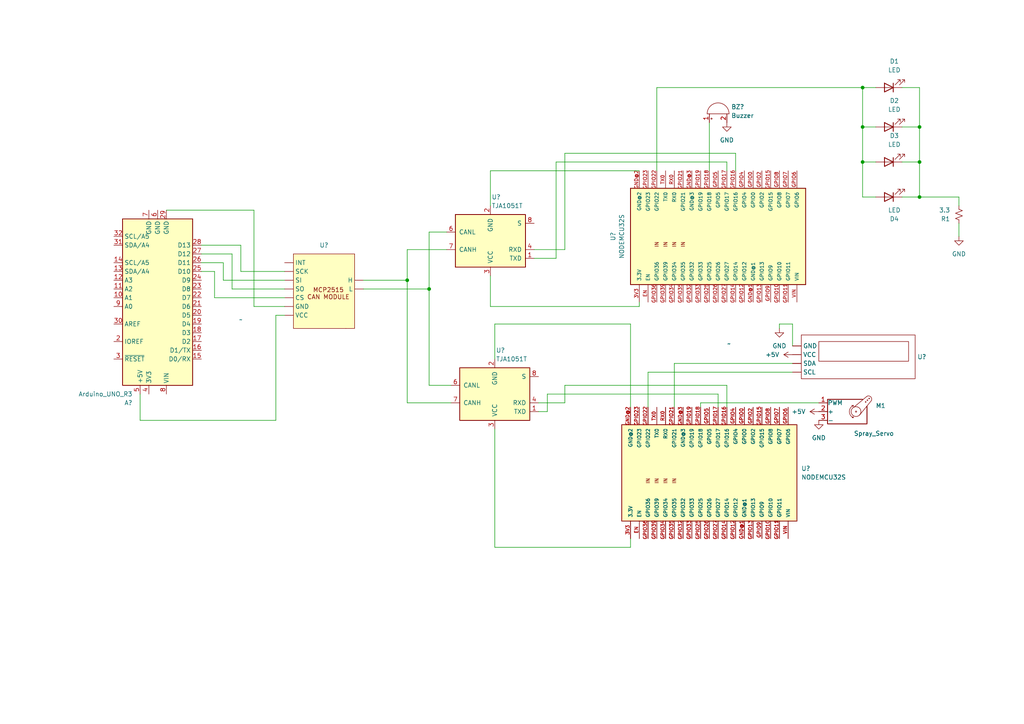
<source format=kicad_sch>
(kicad_sch (version 20230121) (generator eeschema)
  (paper "A4")
  (lib_symbols
    (symbol "Device:Buzzer" (pin_names (offset 0.0254) hide)
      (property "Reference" "BZ" (at 3.81 1.27 0))
      (property "Value" "Buzzer" (at 3.81 -1.27 0))
      (symbol "Buzzer_0_1"
        (arc (start 0 -3.175) (mid 3.1612 0) (end 0 3.175))
        (polyline (pts (xy -1.651 1.905) (xy -1.143 1.905)))
        (polyline (pts (xy -1.397 2.159) (xy -1.397 1.651)))
        (polyline (pts (xy 0 3.175) (xy 0 -3.175)))
      )
      (symbol "Buzzer_1_1"
        (pin passive line (at -2.54 2.54 0) (length 2.54) (name "-") (number "1"))
        (pin passive line (at -2.54 -2.54 0) (length 2.54) (name "+") (number "2"))
      )
    )
    (symbol "Device:LED" (pin_numbers hide) (pin_names (offset 1.016) hide)
      (property "Reference" "D" (at 0 2.54 0))
      (property "Value" "LED" (at 0 -2.54 0))
      (symbol "LED_0_1"
        (polyline (pts (xy -1.27 -1.27) (xy -1.27 1.27)) (stroke (width 0.254)))
        (polyline (pts (xy -1.27 0) (xy 1.27 0)))
        (polyline (pts (xy 1.27 -1.27) (xy 1.27 1.27) (xy -1.27 0) (xy 1.27 -1.27)) (stroke (width 0.254)))
        (polyline (pts (xy -3.048 -0.762) (xy -4.572 -2.286) (xy -3.81 -2.286) (xy -4.572 -2.286) (xy -4.572 -1.524)))
        (polyline (pts (xy -1.778 -0.762) (xy -3.302 -2.286) (xy -2.54 -2.286) (xy -3.302 -2.286) (xy -3.302 -1.524)))
      )
      (symbol "LED_1_1"
        (pin passive line (at -3.81 0 0) (length 2.54) (name "K") (number "1"))
        (pin passive line (at 3.81 0 180) (length 2.54) (name "A") (number "2"))
      )
    )
    (symbol "Device:R_Small_US" (pin_numbers hide) (pin_names (offset 0.254) hide)
      (property "Reference" "R" (at 0.762 0.508 0))
      (property "Value" "R_Small_US" (at 0.762 -1.016 0))
      (symbol "R_Small_US_1_1"
        (polyline (pts (xy 0 0) (xy 1.016 -0.381) (xy 0 -0.762) (xy -1.016 -1.143) (xy 0 -1.524)))
        (polyline (pts (xy 0 1.524) (xy 1.016 1.143) (xy 0 0.762) (xy -1.016 0.381) (xy 0 0)))
        (pin passive line (at 0 2.54 270) (length 1.016) (name "~") (number "1"))
        (pin passive line (at 0 -2.54 90) (length 1.016) (name "~") (number "2"))
      )
    )
    (symbol "Interface_CAN_LIN:TJA1051T" (pin_names (offset 1.016))
      (property "Reference" "U" (at -10.16 8.89 0))
      (property "Value" "TJA1051T" (at 1.27 8.89 0))
      (symbol "TJA1051T_0_1"
        (rectangle (start -10.16 7.62) (end 10.16 -7.62) (stroke (width 0.254)) (fill (type background)))
      )
      (symbol "TJA1051T_1_1"
        (pin input line (at -12.7 5.08 0) (length 2.54) (name "TXD") (number "1"))
        (pin power_in line (at 0 -10.16 90) (length 2.54) (name "GND") (number "2"))
        (pin power_in line (at 0 10.16 270) (length 2.54) (name "VCC") (number "3"))
        (pin output line (at -12.7 2.54 0) (length 2.54) (name "RXD") (number "4"))
        (pin no_connect line (at -10.16 -2.54 0) (length 2.54) hide (name "NC") (number "5"))
        (pin bidirectional line (at 12.7 -2.54 180) (length 2.54) (name "CANL") (number "6"))
        (pin bidirectional line (at 12.7 2.54 180) (length 2.54) (name "CANH") (number "7"))
        (pin input line (at -12.7 -5.08 0) (length 2.54) (name "S") (number "8"))
      )
    )
    (symbol "MCU_Module:Arduino_UNO_R3"
      (property "Reference" "A" (at -10.16 23.495 0))
      (property "Value" "Arduino_UNO_R3" (at 5.08 -26.67 0))
      (symbol "Arduino_UNO_R3_0_1"
        (rectangle (start -10.16 22.86) (end 10.16 -25.4) (stroke (width 0.254)) (fill (type background)))
      )
      (symbol "Arduino_UNO_R3_1_1"
        (pin no_connect line (at -10.16 -20.32 0) (length 2.54) hide (name "NC") (number "1"))
        (pin bidirectional line (at 12.7 -2.54 180) (length 2.54) (name "A1") (number "10"))
        (pin bidirectional line (at 12.7 -5.08 180) (length 2.54) (name "A2") (number "11"))
        (pin bidirectional line (at 12.7 -7.62 180) (length 2.54) (name "A3") (number "12"))
        (pin bidirectional line (at 12.7 -10.16 180) (length 2.54) (name "SDA/A4") (number "13"))
        (pin bidirectional line (at 12.7 -12.7 180) (length 2.54) (name "SCL/A5") (number "14"))
        (pin bidirectional line (at -12.7 15.24 0) (length 2.54) (name "D0/RX") (number "15"))
        (pin bidirectional line (at -12.7 12.7 0) (length 2.54) (name "D1/TX") (number "16"))
        (pin bidirectional line (at -12.7 10.16 0) (length 2.54) (name "D2") (number "17"))
        (pin bidirectional line (at -12.7 7.62 0) (length 2.54) (name "D3") (number "18"))
        (pin bidirectional line (at -12.7 5.08 0) (length 2.54) (name "D4") (number "19"))
        (pin output line (at 12.7 10.16 180) (length 2.54) (name "IOREF") (number "2"))
        (pin bidirectional line (at -12.7 2.54 0) (length 2.54) (name "D5") (number "20"))
        (pin bidirectional line (at -12.7 0 0) (length 2.54) (name "D6") (number "21"))
        (pin bidirectional line (at -12.7 -2.54 0) (length 2.54) (name "D7") (number "22"))
        (pin bidirectional line (at -12.7 -5.08 0) (length 2.54) (name "D8") (number "23"))
        (pin bidirectional line (at -12.7 -7.62 0) (length 2.54) (name "D9") (number "24"))
        (pin bidirectional line (at -12.7 -10.16 0) (length 2.54) (name "D10") (number "25"))
        (pin bidirectional line (at -12.7 -12.7 0) (length 2.54) (name "D11") (number "26"))
        (pin bidirectional line (at -12.7 -15.24 0) (length 2.54) (name "D12") (number "27"))
        (pin bidirectional line (at -12.7 -17.78 0) (length 2.54) (name "D13") (number "28"))
        (pin power_in line (at -2.54 -27.94 90) (length 2.54) (name "GND") (number "29"))
        (pin input line (at 12.7 15.24 180) (length 2.54) (name "~{RESET}") (number "3"))
        (pin input line (at 12.7 5.08 180) (length 2.54) (name "AREF") (number "30"))
        (pin bidirectional line (at 12.7 -17.78 180) (length 2.54) (name "SDA/A4") (number "31"))
        (pin bidirectional line (at 12.7 -20.32 180) (length 2.54) (name "SCL/A5") (number "32"))
        (pin power_out line (at 2.54 25.4 270) (length 2.54) (name "3V3") (number "4"))
        (pin power_out line (at 5.08 25.4 270) (length 2.54) (name "+5V") (number "5"))
        (pin power_in line (at 0 -27.94 90) (length 2.54) (name "GND") (number "6"))
        (pin power_in line (at 2.54 -27.94 90) (length 2.54) (name "GND") (number "7"))
        (pin power_in line (at -2.54 25.4 270) (length 2.54) (name "VIN") (number "8"))
        (pin bidirectional line (at 12.7 0 180) (length 2.54) (name "A0") (number "9"))
      )
    )
    (symbol "Motor:Motor_Servo" (pin_names (offset 0.0254))
      (property "Reference" "M" (at -5.08 4.445 0))
      (property "Value" "Motor_Servo" (at -5.08 -4.064 0))
      (symbol "Motor_Servo_0_1"
        (polyline (pts (xy 2.413 -1.778) (xy 2.032 -1.778)))
        (polyline (pts (xy 2.413 -1.778) (xy 2.286 -1.397)))
        (polyline (pts (xy 2.413 1.778) (xy 1.905 1.778)))
        (polyline (pts (xy 2.413 1.778) (xy 2.286 1.397)))
        (polyline (pts (xy 6.35 4.445) (xy 2.54 1.27)))
        (polyline (pts (xy 7.62 3.175) (xy 4.191 -1.016)))
        (polyline (pts (xy 5.08 3.556) (xy -5.08 3.556) (xy -5.08 -3.556) (xy 6.35 -3.556) (xy 6.35 1.524)) (stroke (width 0.254)))
        (arc (start 2.413 1.778) (mid 1.2406 0) (end 2.413 -1.778))
        (circle (center 3.175 0) (radius 0.1778))
        (circle (center 3.175 0) (radius 1.4224))
        (circle (center 5.969 2.794) (radius 0.127))
        (circle (center 6.477 3.302) (radius 0.127))
        (circle (center 6.985 3.81) (radius 0.127))
        (arc (start 7.62 3.175) (mid 7.4485 4.2735) (end 6.35 4.445))
      )
      (symbol "Motor_Servo_1_1"
        (pin passive line (at -7.62 2.54 0) (length 2.54) (name "PWM") (number "1"))
        (pin passive line (at -7.62 0 0) (length 2.54) (name "+") (number "2"))
        (pin passive line (at -7.62 -2.54 0) (length 2.54) (name "-") (number "3"))
      )
    )
    (symbol "NODEMCU32S:NODEMCU32S" (pin_names (offset 1.016))
      (property "Reference" "U" (at -12.7 22.86 0))
      (property "Value" "NODEMCU32S" (at -12.7 -30.48 0))
      (symbol "NODEMCU32S_0_0"
        (rectangle (start -12.7 -27.94) (end 15.24 22.86) (stroke (width 0.254)) (fill (type background)))
        (text "IN" (at -1.905 7.62 0) (effects (font (size 1.016 1.016)) (justify left)))
        (text "IN" (at -1.905 10.16 0) (effects (font (size 1.016 1.016)) (justify left)))
        (text "IN" (at -1.905 12.7 0) (effects (font (size 1.016 1.016)) (justify left)))
        (text "IN" (at -1.905 15.24 0) (effects (font (size 1.016 1.016)) (justify left)))
        (pin bidirectional line (at -17.78 20.32 0) (length 5.08) (name "3.3V") (number "3V3"))
        (pin bidirectional line (at -17.78 17.78 0) (length 5.08) (name "EN") (number "EN"))
        (pin bidirectional line (at -17.78 -12.7 0) (length 5.08) (name "GND@1") (number "GND@1"))
        (pin bidirectional line (at 20.32 20.32 180) (length 5.08) (name "GND@2") (number "GND@2"))
        (pin bidirectional line (at 20.32 5.08 180) (length 5.08) (name "GND@3") (number "GND@3"))
        (pin bidirectional line (at 20.32 -12.7 180) (length 5.08) (name "GPIO0") (number "GPIO0"))
        (pin bidirectional line (at -17.78 -20.32 0) (length 5.08) (name "GPIO10") (number "GPIO10"))
        (pin bidirectional line (at -17.78 -22.86 0) (length 5.08) (name "GPIO11") (number "GPIO11"))
        (pin bidirectional line (at -17.78 -10.16 0) (length 5.08) (name "GPIO12") (number "GPIO12"))
        (pin bidirectional line (at -17.78 -15.24 0) (length 5.08) (name "GPIO13") (number "GPIO13"))
        (pin bidirectional line (at -17.78 -7.62 0) (length 5.08) (name "GPIO14") (number "GPIO14"))
        (pin bidirectional line (at 20.32 -17.78 180) (length 5.08) (name "GPIO15") (number "GPIO15"))
        (pin bidirectional line (at 20.32 -7.62 180) (length 5.08) (name "GPIO16") (number "GPIO16"))
        (pin bidirectional line (at 20.32 -5.08 180) (length 5.08) (name "GPIO17") (number "GPIO17"))
        (pin bidirectional line (at 20.32 0 180) (length 5.08) (name "GPIO18") (number "GPIO18"))
        (pin bidirectional line (at 20.32 2.54 180) (length 5.08) (name "GPIO19") (number "GPIO19"))
        (pin bidirectional line (at 20.32 -15.24 180) (length 5.08) (name "GPIO2") (number "GPIO2"))
        (pin bidirectional line (at 20.32 7.62 180) (length 5.08) (name "GPIO21") (number "GPIO21"))
        (pin bidirectional line (at 20.32 15.24 180) (length 5.08) (name "GPIO22") (number "GPIO22"))
        (pin bidirectional line (at 20.32 17.78 180) (length 5.08) (name "GPIO23") (number "GPIO23"))
        (pin bidirectional line (at -17.78 0 0) (length 5.08) (name "GPIO25") (number "GPIO25"))
        (pin bidirectional line (at -17.78 -2.54 0) (length 5.08) (name "GPIO26") (number "GPIO26"))
        (pin bidirectional line (at -17.78 -5.08 0) (length 5.08) (name "GPIO27") (number "GPIO27"))
        (pin bidirectional line (at -17.78 5.08 0) (length 5.08) (name "GPIO32") (number "GPIO32"))
        (pin bidirectional line (at -17.78 2.54 0) (length 5.08) (name "GPIO33") (number "GPIO33"))
        (pin input line (at -17.78 10.16 0) (length 5.08) (name "GPIO34") (number "GPIO34"))
        (pin input line (at -17.78 7.62 0) (length 5.08) (name "GPIO35") (number "GPIO35"))
        (pin input line (at -17.78 15.24 0) (length 5.08) (name "GPIO36") (number "GPIO36"))
        (pin input line (at -17.78 12.7 0) (length 5.08) (name "GPIO39") (number "GPIO39"))
        (pin bidirectional line (at 20.32 -10.16 180) (length 5.08) (name "GPIO4") (number "GPIO4"))
        (pin bidirectional line (at 20.32 -2.54 180) (length 5.08) (name "GPIO5") (number "GPIO5"))
        (pin bidirectional line (at 20.32 -25.4 180) (length 5.08) (name "GPIO6") (number "GPIO6"))
        (pin bidirectional line (at 20.32 -22.86 180) (length 5.08) (name "GPIO7") (number "GPIO7"))
        (pin bidirectional line (at 20.32 -20.32 180) (length 5.08) (name "GPIO8") (number "GPIO8"))
        (pin bidirectional line (at -17.78 -17.78 0) (length 5.08) (name "GPIO9") (number "GPIO9"))
        (pin bidirectional line (at 20.32 10.16 180) (length 5.08) (name "RX0") (number "RX0"))
        (pin bidirectional line (at 20.32 12.7 180) (length 5.08) (name "TX0") (number "TX0"))
        (pin bidirectional line (at -17.78 -25.4 0) (length 5.08) (name "VIN") (number "VIN"))
      )
    )
    (symbol "Thesis:LCD_16x2"
      (property "Reference" "U" (at -11.43 0.635 0))
      (symbol "LCD_16x2_0_1"
        (rectangle (start 9.525 3.175) (end 42.545 -9.525))
        (rectangle (start 14.605 1.27) (end 40.64 -4.445))
      )
      (symbol "LCD_16x2_1_1"
        (pin power_in line (at 6.985 0 0) (length 2.54) (name "GND") (number ""))
        (pin bidirectional line (at 6.985 -7.62 0) (length 2.54) (name "SCL") (number ""))
        (pin bidirectional line (at 6.985 -5.08 0) (length 2.54) (name "SDA") (number ""))
        (pin power_in line (at 6.985 -2.54 0) (length 2.54) (name "VCC") (number ""))
      )
    )
    (symbol "Thesis:MCP-CAN_module"
      (property "Reference" "U" (at 0 0 0))
      (symbol "MCP-CAN_module_0_1"
        (rectangle (start 24.13 7.62) (end 24.13 7.62))
        (rectangle (start 30.48 -2.54) (end 30.48 -2.54))
      )
      (symbol "MCP-CAN_module_1_1"
        (rectangle (start 15.24 19.05) (end 33.02 -2.54) (fill (type background)))
        (text "MCP2515\nCAN MODULE\n" (at 25.4 7.62 0) (effects (font (size 1.27 1.27))))
        (pin bidirectional line (at 12.7 6.35 0) (length 2.54) (name "CS") (number ""))
        (pin power_in line (at 12.7 3.81 0) (length 2.54) (name "GND") (number ""))
        (pin bidirectional line (at 35.56 11.43 180) (length 2.54) (name "H") (number ""))
        (pin bidirectional line (at 12.7 16.51 0) (length 2.54) (name "INT") (number ""))
        (pin bidirectional line (at 35.56 8.89 180) (length 2.54) (name "L") (number ""))
        (pin bidirectional line (at 12.7 13.97 0) (length 2.54) (name "SCK") (number ""))
        (pin bidirectional line (at 12.7 11.43 0) (length 2.54) (name "SI") (number ""))
        (pin bidirectional line (at 12.7 8.89 0) (length 2.54) (name "SO") (number ""))
        (pin input line (at 12.7 1.27 0) (length 2.54) (name "VCC") (number ""))
      )
    )
    (symbol "power:+5V" (power) (pin_names (offset 0))
      (property "Value" "+5V" (at 0 3.556 0))
      (symbol "+5V_0_1"
        (polyline (pts (xy -0.762 1.27) (xy 0 2.54)))
        (polyline (pts (xy 0 0) (xy 0 2.54)))
        (polyline (pts (xy 0 2.54) (xy 0.762 1.27)))
      )
      (symbol "+5V_1_1"
        (pin power_in line (at 0 0 90) (length 0) hide (name "+5V") (number "1"))
      )
    )
    (symbol "power:GND" (power) (pin_names (offset 0))
      (property "Value" "GND" (at 0 -3.81 0))
      (symbol "GND_0_1"
        (polyline (pts (xy 0 0) (xy 0 -1.27) (xy 1.27 -1.27) (xy 0 -2.54) (xy -1.27 -1.27) (xy 0 -1.27)))
      )
      (symbol "GND_1_1"
        (pin power_in line (at 0 0 270) (length 0) hide (name "GND") (number "1"))
      )
    )
  )
  (junction (at 250.19 36.83))
  (junction (at 250.19 25.4))
  (junction (at 266.7 46.99))
  (junction (at 266.7 57.15))
  (junction (at 124.46 83.82))
  (junction (at 118.11 81.28))
  (junction (at 250.19 46.99))
  (junction (at 266.7 36.83))
  (wire (pts (xy 187.96 118.11) (xy 187.96 107.95)))
  (wire (pts (xy 250.19 57.15) (xy 250.19 46.99)))
  (wire (pts (xy 69.85 78.74) (xy 82.55 78.74)))
  (wire (pts (xy 156.21 119.38) (xy 158.75 119.38)))
  (wire (pts (xy 40.64 114.3) (xy 40.64 121.92)))
  (wire (pts (xy 266.7 25.4) (xy 261.62 25.4)))
  (wire (pts (xy 250.19 46.99) (xy 250.19 36.83)))
  (wire (pts (xy 161.29 46.99) (xy 161.29 74.93)))
  (wire (pts (xy 64.77 76.2) (xy 64.77 81.28)))
  (wire (pts (xy 67.31 73.66) (xy 67.31 83.82)))
  (wire (pts (xy 254 46.99) (xy 250.19 46.99)))
  (wire (pts (xy 254 36.83) (xy 250.19 36.83)))
  (wire (pts (xy 213.36 49.53) (xy 213.36 44.45)))
  (wire (pts (xy 142.24 59.69) (xy 142.24 49.53)))
  (wire (pts (xy 105.41 81.28) (xy 118.11 81.28)))
  (wire (pts (xy 208.28 114.3) (xy 158.75 114.3)))
  (wire (pts (xy 73.66 88.9) (xy 82.55 88.9)))
  (wire (pts (xy 124.46 83.82) (xy 124.46 111.76)))
  (wire (pts (xy 182.88 93.98) (xy 182.88 118.11)))
  (wire (pts (xy 226.06 93.98) (xy 229.87 93.98)))
  (wire (pts (xy 163.83 44.45) (xy 163.83 72.39)))
  (wire (pts (xy 278.13 64.77) (xy 278.13 68.58)))
  (wire (pts (xy 266.7 57.15) (xy 278.13 57.15)))
  (wire (pts (xy 205.74 35.56) (xy 205.74 49.53)))
  (wire (pts (xy 163.83 111.76) (xy 210.82 111.76)))
  (wire (pts (xy 73.66 60.96) (xy 73.66 88.9)))
  (wire (pts (xy 210.82 46.99) (xy 161.29 46.99)))
  (wire (pts (xy 250.19 36.83) (xy 250.19 25.4)))
  (wire (pts (xy 64.77 81.28) (xy 82.55 81.28)))
  (wire (pts (xy 62.23 86.36) (xy 82.55 86.36)))
  (wire (pts (xy 48.26 60.96) (xy 73.66 60.96)))
  (wire (pts (xy 210.82 49.53) (xy 210.82 46.99)))
  (wire (pts (xy 195.58 105.41) (xy 195.58 118.11)))
  (wire (pts (xy 266.7 36.83) (xy 261.62 36.83)))
  (wire (pts (xy 185.42 87.63) (xy 185.42 88.9)))
  (wire (pts (xy 58.42 78.74) (xy 62.23 78.74)))
  (wire (pts (xy 58.42 73.66) (xy 67.31 73.66)))
  (wire (pts (xy 40.64 121.92) (xy 80.01 121.92)))
  (wire (pts (xy 266.7 57.15) (xy 266.7 46.99)))
  (wire (pts (xy 266.7 46.99) (xy 261.62 46.99)))
  (wire (pts (xy 80.01 91.44) (xy 82.55 91.44)))
  (wire (pts (xy 266.7 36.83) (xy 266.7 25.4)))
  (wire (pts (xy 208.28 118.11) (xy 208.28 114.3)))
  (wire (pts (xy 261.62 57.15) (xy 266.7 57.15)))
  (wire (pts (xy 254 25.4) (xy 250.19 25.4)))
  (wire (pts (xy 80.01 121.92) (xy 80.01 91.44)))
  (wire (pts (xy 67.31 83.82) (xy 82.55 83.82)))
  (wire (pts (xy 229.87 93.98) (xy 229.87 100.33)))
  (wire (pts (xy 185.42 88.9) (xy 142.24 88.9)))
  (wire (pts (xy 118.11 81.28) (xy 118.11 116.84)))
  (wire (pts (xy 226.06 95.25) (xy 226.06 93.98)))
  (wire (pts (xy 190.5 49.53) (xy 190.5 25.4)))
  (wire (pts (xy 118.11 72.39) (xy 129.54 72.39)))
  (wire (pts (xy 58.42 71.12) (xy 69.85 71.12)))
  (wire (pts (xy 163.83 116.84) (xy 163.83 111.76)))
  (wire (pts (xy 69.85 71.12) (xy 69.85 78.74)))
  (wire (pts (xy 143.51 158.75) (xy 182.88 158.75)))
  (wire (pts (xy 203.2 116.84) (xy 237.49 116.84)))
  (wire (pts (xy 124.46 111.76) (xy 130.81 111.76)))
  (wire (pts (xy 187.96 107.95) (xy 229.87 107.95)))
  (wire (pts (xy 105.41 83.82) (xy 124.46 83.82)))
  (wire (pts (xy 62.23 78.74) (xy 62.23 86.36)))
  (wire (pts (xy 58.42 76.2) (xy 64.77 76.2)))
  (wire (pts (xy 161.29 74.93) (xy 154.94 74.93)))
  (wire (pts (xy 143.51 124.46) (xy 143.51 158.75)))
  (wire (pts (xy 158.75 114.3) (xy 158.75 119.38)))
  (wire (pts (xy 210.82 111.76) (xy 210.82 118.11)))
  (wire (pts (xy 213.36 44.45) (xy 163.83 44.45)))
  (wire (pts (xy 254 57.15) (xy 250.19 57.15)))
  (wire (pts (xy 124.46 67.31) (xy 124.46 83.82)))
  (wire (pts (xy 143.51 93.98) (xy 182.88 93.98)))
  (wire (pts (xy 156.21 116.84) (xy 163.83 116.84)))
  (wire (pts (xy 142.24 49.53) (xy 185.42 49.53)))
  (wire (pts (xy 190.5 25.4) (xy 250.19 25.4)))
  (wire (pts (xy 118.11 81.28) (xy 118.11 72.39)))
  (wire (pts (xy 124.46 67.31) (xy 129.54 67.31)))
  (wire (pts (xy 118.11 116.84) (xy 130.81 116.84)))
  (wire (pts (xy 203.2 116.84) (xy 203.2 118.11)))
  (wire (pts (xy 266.7 46.99) (xy 266.7 36.83)))
  (wire (pts (xy 142.24 88.9) (xy 142.24 80.01)))
  (wire (pts (xy 182.88 156.21) (xy 182.88 158.75)))
  (wire (pts (xy 278.13 57.15) (xy 278.13 59.69)))
  (wire (pts (xy 195.58 105.41) (xy 229.87 105.41)))
  (wire (pts (xy 143.51 104.14) (xy 143.51 93.98)))
  (wire (pts (xy 163.83 72.39) (xy 154.94 72.39)))
  (symbol (lib_id "power:GND") (at 226.06 95.25 0) (unit 1)
    (property "Reference" "#PWR06" (effects hide))
    (property "Value" "GND" (at 226.06 100.33 0))
  )
  (symbol (lib_id "Motor:Motor_Servo") (at 245.11 119.38 0) (unit 1)
    (property "Reference" "M1" (at 254 117.6766 0) (effects (justify left)))
    (property "Value" "Spray_Servo" (at 247.65 125.73 0) (effects (justify left)))
    (property "Datasheet" "http://forums.parallax.com/uploads/attachments/46831/74481.png" (effects hide))
  )
  (symbol (lib_id "Device:LED") (at 257.81 36.83 180) (unit 1)
    (property "Reference" "D2" (at 259.3975 29.21 0))
    (property "Value" "LED" (at 259.3975 31.75 0))
  )
  (symbol (lib_id "Device:LED") (at 257.81 46.99 180) (unit 1)
    (property "Reference" "D3" (at 259.3975 39.37 0))
    (property "Value" "LED" (at 259.3975 41.91 0))
  )
  (symbol (lib_id "power:+5V") (at 229.87 102.87 90) (unit 1)
    (property "Reference" "#PWR05" (effects hide))
    (property "Value" "+5V" (at 226.06 102.87 90) (effects (justify left)))
  )
  (symbol (lib_id "Thesis:MCP-CAN_module") (at 69.85 92.71 0) (unit 1)
    (property "Reference" "U?" (at 93.98 71.12 0))
    (property "Value" "~" (at 69.85 92.71 0))
  )
  (symbol (lib_id "NODEMCU32S:NODEMCU32S") (at 203.2 138.43 90) (unit 1)
    (property "Reference" "U?" (at 232.41 135.89 90) (effects (justify right)))
    (property "Value" "NODEMCU32S" (at 232.41 138.43 90) (effects (justify right)))
    (property "Footprint" "NODEMCU32S:NODEMCU32S" (effects hide))
    (property "MF" "AI-Thinker" (effects hide))
    (property "Description" "\nWIFI MODULE V1\n" (effects hide))
    (property "Package" "Package" (effects hide))
    (property "Price" "None" (effects hide))
    (property "SnapEDA_Link" "https://www.snapeda.com/parts/NODEMCU-32S/AI-Thinker/view-part/?ref=snap" (effects hide))
    (property "MP" "NODEMCU-32S" (effects hide))
    (property "Availability" "Not in stock" (effects hide))
    (property "Check_prices" "https://www.snapeda.com/parts/NODEMCU-32S/AI-Thinker/view-part/?ref=eda" (effects hide))
  )
  (symbol (lib_id "Thesis:LCD_16x2") (at 222.885 100.33 0) (unit 1)
    (property "Reference" "U?" (at 266.065 103.505 0) (effects (justify left)))
    (property "Value" "~" (at 211.455 99.695 0))
  )
  (symbol (lib_id "power:+5V") (at 237.49 119.38 90) (unit 1)
    (property "Reference" "#PWR04" (effects hide))
    (property "Value" "+5V" (at 233.68 119.38 90) (effects (justify left)))
  )
  (symbol (lib_id "power:GND") (at 237.49 121.92 0) (unit 1)
    (property "Reference" "#PWR03" (effects hide))
    (property "Value" "GND" (at 237.49 127 0))
  )
  (symbol (lib_id "Device:Buzzer") (at 208.28 33.02 90) (unit 1)
    (property "Reference" "BZ?" (at 212.09 30.9949 90) (effects (justify right)))
    (property "Value" "Buzzer" (at 212.09 33.5349 90) (effects (justify right)))
  )
  (symbol (lib_id "power:GND") (at 278.13 68.58 0) (unit 1)
    (property "Reference" "#PWR01" (effects hide))
    (property "Value" "GND" (at 278.13 73.66 0))
  )
  (symbol (lib_id "Interface_CAN_LIN:TJA1051T") (at 143.51 114.3 180) (unit 1)
    (property "Reference" "U?" (at 143.8559 101.6 0) (effects (justify right)))
    (property "Value" "TJA1051T" (at 143.8559 104.14 0) (effects (justify right)))
    (property "Footprint" "Package_SO:SOIC-8_3.9x4.9mm_P1.27mm" (effects hide))
    (property "Datasheet" "http://www.nxp.com/docs/en/data-sheet/TJA1051.pdf" (effects hide))
  )
  (symbol (lib_id "Interface_CAN_LIN:TJA1051T") (at 142.24 69.85 180) (unit 1)
    (property "Reference" "U?" (at 142.5859 57.15 0) (effects (justify right)))
    (property "Value" "TJA1051T" (at 142.5859 59.69 0) (effects (justify right)))
    (property "Footprint" "Package_SO:SOIC-8_3.9x4.9mm_P1.27mm" (effects hide))
    (property "Datasheet" "http://www.nxp.com/docs/en/data-sheet/TJA1051.pdf" (effects hide))
  )
  (symbol (lib_id "MCU_Module:Arduino_UNO_R3") (at 45.72 88.9 180) (unit 1)
    (property "Reference" "A?" (at 38.4459 116.84 0) (effects (justify left)))
    (property "Value" "Arduino_UNO_R3" (at 38.4459 114.3 0) (effects (justify left)))
    (property "Footprint" "Module:Arduino_UNO_R3" (effects hide))
    (property "Datasheet" "https://www.arduino.cc/en/Main/arduinoBoardUno" (effects hide))
  )
  (symbol (lib_id "power:GND") (at 210.82 35.56 0) (unit 1)
    (property "Reference" "#PWR02" (effects hide))
    (property "Value" "GND" (at 210.82 40.64 0))
  )
  (symbol (lib_id "Device:R_Small_US") (at 278.13 62.23 180) (unit 1)
    (property "Reference" "R1" (at 275.59 63.5 0) (effects (justify left)))
    (property "Value" "3.3" (at 275.59 60.96 0) (effects (justify left)))
  )
  (symbol (lib_id "NODEMCU32S:NODEMCU32S") (at 205.74 69.85 90) (unit 1)
    (property "Reference" "U?" (at 177.8 68.58 0))
    (property "Value" "NODEMCU32S" (at 180.34 68.58 0))
    (property "Footprint" "NODEMCU32S:NODEMCU32S" (effects hide))
    (property "MF" "AI-Thinker" (effects hide))
    (property "Description" "\nWIFI MODULE V1\n" (effects hide))
    (property "Package" "Package" (effects hide))
    (property "Price" "None" (effects hide))
    (property "SnapEDA_Link" "https://www.snapeda.com/parts/NODEMCU-32S/AI-Thinker/view-part/?ref=snap" (effects hide))
    (property "MP" "NODEMCU-32S" (effects hide))
    (property "Availability" "Not in stock" (effects hide))
    (property "Check_prices" "https://www.snapeda.com/parts/NODEMCU-32S/AI-Thinker/view-part/?ref=eda" (effects hide))
  )
  (symbol (lib_id "Device:LED") (at 257.81 25.4 180) (unit 1)
    (property "Reference" "D1" (at 259.3975 17.78 0))
    (property "Value" "LED" (at 259.3975 20.32 0))
  )
  (symbol (lib_id "Device:LED") (at 257.81 57.15 180) (unit 1)
    (property "Reference" "D4" (at 259.3975 63.5 0))
    (property "Value" "LED" (at 259.3975 60.96 0))
  )
)
</source>
